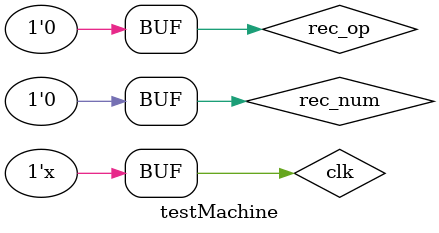
<source format=v>
`timescale 1ns / 1ps


module testMachine;

	// Inputs
	reg clk = 0;
	reg rec_op;
	reg rec_num;

	// Outputs
	wire guardeNum;
	wire leaResult;

	// Instantiate the Unit Under Test (UUT)
	StateMachineCalculator uut (
		.clk(clk), 
		.rec_op(rec_op), 
		.rec_num(rec_num), 
		.guardeNum(guardeNum), 
		.leaResult(leaResult)
	);
	always #5 clk = ~clk;
	initial begin
		// Initialize Inputs
		rec_op = 0;
		rec_num = 0;
		// Wait 100 ns for global reset to finish
		#20;
		
		rec_op = 0;
		rec_num = 1;		
		
		#20;
		
		rec_op = 0;
		rec_num = 1;

		#20;
		
		rec_op = 0;
		rec_num = 1;

		#20;
		
		rec_op = 1;
		rec_num = 0;		
		
		#20;
		
		rec_op = 0;
		rec_num = 0;	

		#20;
		
		rec_op = 1;
		rec_num = 0;			
		
		#20;
		
		rec_op = 0;
		rec_num = 0;	

		#20;
		
		rec_op = 1;
		rec_num = 0;	

		#20;
		
		rec_op = 0;
		rec_num = 0;	
		
        
		// Add stimulus here

	end
      
endmodule


</source>
